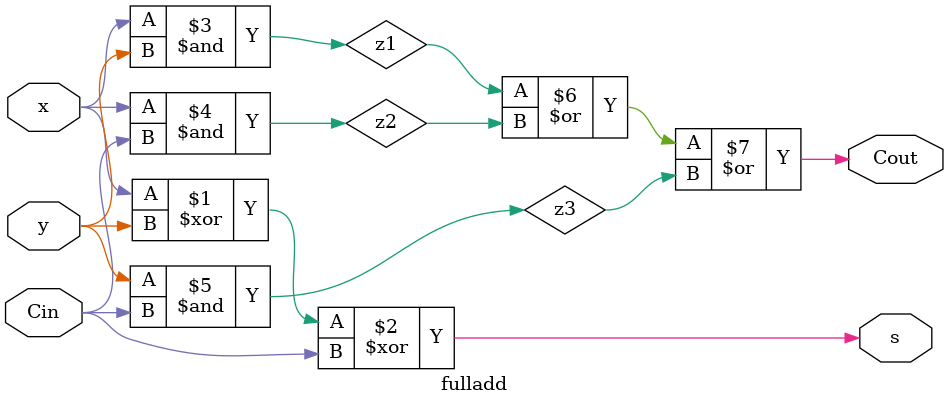
<source format=v>
module fulladd (Cin, x, y, s, Cout);
	input Cin, x, y;
	output s, Cout;
	
		xor (s, x, y, Cin);
		and (z1, x, y);
		and (z2, x, Cin);
		and (z3, y, Cin);
		or (Cout, z1, z2, z3);
		
endmodule


</source>
